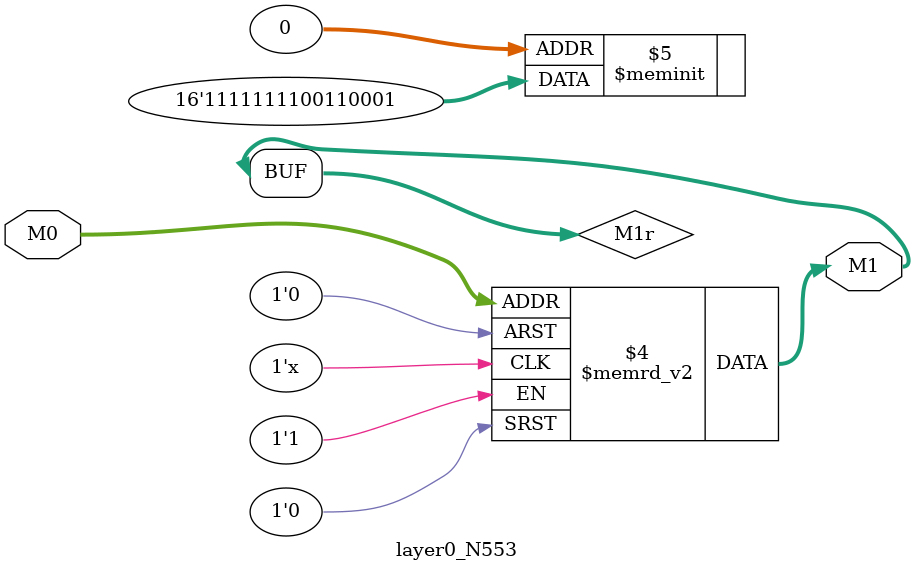
<source format=v>
module layer0_N553 ( input [2:0] M0, output [1:0] M1 );

	(*rom_style = "distributed" *) reg [1:0] M1r;
	assign M1 = M1r;
	always @ (M0) begin
		case (M0)
			3'b000: M1r = 2'b01;
			3'b100: M1r = 2'b11;
			3'b010: M1r = 2'b11;
			3'b110: M1r = 2'b11;
			3'b001: M1r = 2'b00;
			3'b101: M1r = 2'b11;
			3'b011: M1r = 2'b00;
			3'b111: M1r = 2'b11;

		endcase
	end
endmodule

</source>
